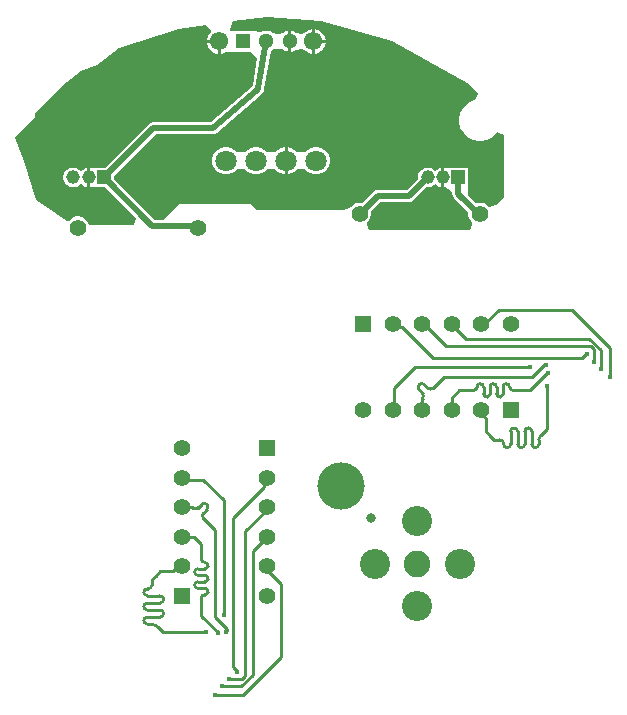
<source format=gbr>
%TF.GenerationSoftware,Altium Limited,Altium Designer,22.7.1 (60)*%
G04 Layer_Physical_Order=2*
G04 Layer_Color=16711680*
%FSLAX45Y45*%
%MOMM*%
%TF.SameCoordinates,2E8CAF61-F9F5-4988-A97D-765C0E49F6B8*%
%TF.FilePolarity,Positive*%
%TF.FileFunction,Copper,L2,Bot,Signal*%
%TF.Part,Single*%
G01*
G75*
%TA.AperFunction,Conductor*%
%ADD10C,0.25000*%
%ADD15C,0.50000*%
%ADD17C,0.25400*%
%ADD18C,0.50800*%
%TA.AperFunction,ComponentPad*%
%ADD23C,1.40000*%
%ADD24C,1.80000*%
%ADD25C,1.55000*%
%ADD26C,1.30000*%
%ADD27R,1.30000X1.30000*%
%ADD28R,1.40000X1.40000*%
%ADD29R,1.40000X1.40000*%
%ADD30C,2.25000*%
%ADD31C,2.55000*%
%ADD32R,1.15000X1.15000*%
%ADD33C,1.15000*%
%TA.AperFunction,ViaPad*%
%ADD34C,0.45000*%
%ADD35C,4.00000*%
%ADD36C,0.80000*%
%TA.AperFunction,Conductor*%
%ADD37C,0.28500*%
G36*
X450279Y2823363D02*
X1047179Y2658263D01*
X1704404Y2293138D01*
X1772569Y2224973D01*
X1772800Y2212710D01*
X1750418Y2157321D01*
X1744773Y2156198D01*
X1742417Y2155222D01*
X1739915Y2154725D01*
X1712617Y2143417D01*
X1710496Y2142000D01*
X1708140Y2141024D01*
X1683572Y2124608D01*
X1681769Y2122805D01*
X1679647Y2121388D01*
X1658754Y2100495D01*
X1657337Y2098374D01*
X1655534Y2096570D01*
X1639118Y2072002D01*
X1638142Y2069646D01*
X1636725Y2067525D01*
X1625417Y2040227D01*
X1624920Y2037725D01*
X1623944Y2035369D01*
X1618179Y2006389D01*
Y2003838D01*
X1617682Y2001337D01*
Y1971789D01*
X1618179Y1969287D01*
Y1966737D01*
X1623944Y1937757D01*
X1624920Y1935401D01*
X1625417Y1932899D01*
X1636725Y1905601D01*
X1638142Y1903480D01*
X1639118Y1901123D01*
X1655534Y1876556D01*
X1657337Y1874752D01*
X1658754Y1872631D01*
X1679647Y1851738D01*
X1681769Y1850321D01*
X1683572Y1848517D01*
X1708140Y1832101D01*
X1710496Y1831125D01*
X1712617Y1829708D01*
X1739915Y1818401D01*
X1742417Y1817903D01*
X1744773Y1816927D01*
X1773753Y1811163D01*
X1776304D01*
X1778805Y1810665D01*
X1808353D01*
X1810855Y1811163D01*
X1813405D01*
X1842385Y1816927D01*
X1844741Y1817903D01*
X1847243Y1818401D01*
X1874541Y1829708D01*
X1876662Y1831125D01*
X1879019Y1832101D01*
X1903586Y1848517D01*
X1905390Y1850321D01*
X1907511Y1851738D01*
X1928404Y1872631D01*
X1929821Y1874752D01*
X1931625Y1876556D01*
X1936179Y1883372D01*
X1999679Y1864109D01*
Y1337463D01*
X1930930Y1268714D01*
X1867039Y1252377D01*
X1849277Y1270139D01*
X1827523Y1282698D01*
X1803260Y1289200D01*
X1778140D01*
X1760560Y1284489D01*
X1689187Y1355863D01*
X1693279Y1419363D01*
X1693279D01*
Y1585163D01*
X1527479D01*
X1527479Y1585163D01*
X1493080D01*
Y1502263D01*
Y1419363D01*
X1497676D01*
X1541245Y1395870D01*
X1558584Y1378367D01*
Y1361421D01*
X1562526Y1341600D01*
X1573754Y1324796D01*
X1695300Y1203251D01*
Y1181240D01*
X1701802Y1156977D01*
X1714361Y1135223D01*
X1728021Y1121563D01*
X1726347Y1103237D01*
X1708004Y1058063D01*
X857396D01*
X839053Y1103237D01*
X837379Y1121563D01*
X851039Y1135223D01*
X863598Y1156977D01*
X870100Y1181240D01*
Y1206360D01*
X868073Y1213924D01*
X948554Y1294405D01*
X1193716D01*
X1213538Y1298347D01*
X1230341Y1309575D01*
X1340129Y1419363D01*
X1361293D01*
X1382378Y1425012D01*
X1401281Y1435926D01*
X1415379Y1450024D01*
X1429477Y1435927D01*
X1448381Y1425013D01*
X1467680Y1419841D01*
Y1502263D01*
Y1584685D01*
X1448381Y1579514D01*
X1429477Y1568600D01*
X1415379Y1554502D01*
X1401281Y1568599D01*
X1382378Y1579513D01*
X1361293Y1585163D01*
X1339466D01*
X1318381Y1579513D01*
X1299478Y1568599D01*
X1284043Y1553165D01*
X1273129Y1534261D01*
X1267480Y1513177D01*
Y1493213D01*
X1172262Y1397995D01*
X927100D01*
X907279Y1394053D01*
X890475Y1382825D01*
X794824Y1287173D01*
X787260Y1289200D01*
X762140D01*
X737877Y1282698D01*
X716123Y1270139D01*
X698361Y1252377D01*
X640779Y1223163D01*
X-95821D01*
X-146621Y1273963D01*
X-756221D01*
X-886188Y1143995D01*
X-958103D01*
X-1306721Y1492612D01*
Y1512492D01*
X-952915Y1866307D01*
X-486420Y1866313D01*
X-467698Y1866313D01*
X-459568Y1867930D01*
X-451347Y1868984D01*
X-449792Y1869875D01*
X-448033Y1870225D01*
X-441143Y1874830D01*
X-433949Y1878950D01*
X-60507Y2204206D01*
X-59411Y2205624D01*
X-57921Y2206620D01*
X-45339Y2219202D01*
X-42063Y2224105D01*
X-38033Y2228409D01*
X-36546Y2232362D01*
X-34199Y2235873D01*
X-33049Y2241656D01*
X-30973Y2247175D01*
X22633Y2572162D01*
X39607Y2581962D01*
X45027Y2587382D01*
X84100Y2594063D01*
X123173Y2587382D01*
X128593Y2581962D01*
X149207Y2570061D01*
X171400Y2564114D01*
Y2654300D01*
Y2744486D01*
X149207Y2738540D01*
X128593Y2726638D01*
X123173Y2721218D01*
X84100Y2714537D01*
X45027Y2721218D01*
X39607Y2726638D01*
X18993Y2738539D01*
X-3998Y2744700D01*
X-27801D01*
X-50793Y2738539D01*
X-62000Y2732069D01*
X-125500Y2744700D01*
X-139135Y2744700D01*
X-275950D01*
X-306300Y2744700D01*
X-314378Y2744887D01*
X-322430Y2754928D01*
X-295385Y2822704D01*
X-11154Y2861463D01*
X450279Y2823363D01*
D02*
G37*
G36*
X-483212Y2739802D02*
X-482641Y2733081D01*
X-498240Y2717482D01*
X-511787Y2694018D01*
X-518800Y2667847D01*
Y2667000D01*
X-415900D01*
Y2654300D01*
X-403200D01*
Y2551400D01*
X-402353D01*
X-376182Y2558412D01*
X-369197Y2562445D01*
X-306300Y2563900D01*
X-275950Y2563900D01*
X-147251D01*
X-91011Y2514686D01*
X-129681Y2280249D01*
X-486940Y1969088D01*
X-974202Y1969081D01*
X-993867Y1965169D01*
X-1010538Y1954030D01*
X-1379394Y1585163D01*
X-1472521D01*
X-1472521Y1585163D01*
X-1506921Y1585163D01*
Y1502262D01*
Y1419362D01*
X-1472520Y1419362D01*
Y1419363D01*
X-1379970D01*
X-1115437Y1154829D01*
X-1139737Y1096163D01*
X-1519310D01*
X-1524002Y1113672D01*
X-1536561Y1135426D01*
X-1554323Y1153188D01*
X-1576077Y1165747D01*
X-1600340Y1172249D01*
X-1625460D01*
X-1649723Y1165747D01*
X-1671477Y1153188D01*
X-1689239Y1135426D01*
X-1707016Y1131621D01*
X-1886521Y1261263D01*
X-1962721Y1312063D01*
X-2064321Y1642263D01*
X-2143550Y1834676D01*
X-2127821Y1858163D01*
X-1975421Y2010563D01*
Y2048663D01*
X-1772221Y2251863D01*
X-1746821Y2277263D01*
X-1585954Y2400029D01*
X-1448371Y2455063D01*
X-1416621Y2480463D01*
X-1264221Y2594763D01*
X-756221Y2759863D01*
X-523809Y2791555D01*
X-483212Y2739802D01*
D02*
G37*
%LPC*%
G36*
X371400Y2757201D02*
X370552D01*
X344382Y2750189D01*
X320918Y2736641D01*
X316702Y2732426D01*
X283899Y2720114D01*
X239608Y2726638D01*
X239607Y2726638D01*
X235193Y2729187D01*
X218993Y2738540D01*
X196800Y2744486D01*
Y2654300D01*
Y2564114D01*
X218993Y2570061D01*
X235193Y2579414D01*
X239607Y2581962D01*
X239608Y2581962D01*
X283898Y2588487D01*
X316703Y2576175D01*
X320918Y2571961D01*
X344382Y2558413D01*
X370552Y2551401D01*
X371400D01*
Y2654301D01*
Y2757201D01*
D02*
G37*
G36*
X397647D02*
X396800D01*
Y2667001D01*
X487000D01*
Y2667848D01*
X479987Y2694019D01*
X466440Y2717483D01*
X447282Y2736641D01*
X423818Y2750189D01*
X397647Y2757201D01*
D02*
G37*
G36*
X487000Y2641601D02*
X396800D01*
Y2551401D01*
X397647D01*
X423818Y2558413D01*
X447282Y2571961D01*
X466440Y2591119D01*
X479987Y2614583D01*
X487000Y2640754D01*
Y2641601D01*
D02*
G37*
G36*
X421593Y1759274D02*
X391207D01*
X361857Y1751410D01*
X335543Y1736217D01*
X314057Y1714731D01*
X244743D01*
X223257Y1736217D01*
X196943Y1751410D01*
X167593Y1759274D01*
X165100D01*
Y1643874D01*
Y1528474D01*
X167593D01*
X196943Y1536339D01*
X223257Y1551532D01*
X244742Y1573017D01*
X314057D01*
X335543Y1551532D01*
X361857Y1536339D01*
X391207Y1528474D01*
X421593D01*
X450942Y1536339D01*
X477257Y1551532D01*
X498742Y1573017D01*
X513935Y1599332D01*
X521800Y1628682D01*
Y1659067D01*
X513935Y1688417D01*
X498742Y1714731D01*
X477257Y1736217D01*
X450942Y1751410D01*
X421593Y1759274D01*
D02*
G37*
G36*
X139700D02*
X137207D01*
X107857Y1751410D01*
X81543Y1736217D01*
X60057Y1714731D01*
X-9257Y1714731D01*
X-30743Y1736217D01*
X-57057Y1751410D01*
X-86407Y1759274D01*
X-116793D01*
X-146143Y1751410D01*
X-172457Y1736217D01*
X-193942Y1714731D01*
X-263258Y1714732D01*
X-284743Y1736217D01*
X-311057Y1751410D01*
X-340407Y1759274D01*
X-370793D01*
X-400143Y1751410D01*
X-426457Y1736217D01*
X-447943Y1714731D01*
X-463135Y1688417D01*
X-471000Y1659067D01*
Y1628682D01*
X-463135Y1599332D01*
X-447943Y1573017D01*
X-426457Y1551532D01*
X-400143Y1536339D01*
X-370793Y1528474D01*
X-340407D01*
X-311057Y1536339D01*
X-284743Y1551532D01*
X-263257Y1573017D01*
X-193943Y1573017D01*
X-172457Y1551531D01*
X-146143Y1536339D01*
X-116793Y1528474D01*
X-86407D01*
X-57057Y1536339D01*
X-30743Y1551531D01*
X-9258Y1573017D01*
X60058Y1573017D01*
X81543Y1551532D01*
X107857Y1536339D01*
X137207Y1528474D01*
X139700D01*
Y1643874D01*
Y1759274D01*
D02*
G37*
G36*
X-428600Y2641600D02*
X-518800D01*
Y2640753D01*
X-511787Y2614582D01*
X-498240Y2591118D01*
X-479082Y2571960D01*
X-455618Y2558412D01*
X-429447Y2551400D01*
X-428600D01*
Y2641600D01*
D02*
G37*
G36*
X-1638707Y1585163D02*
X-1660535D01*
X-1681619Y1579513D01*
X-1700523Y1568599D01*
X-1715957Y1553165D01*
X-1726871Y1534261D01*
X-1732521Y1513177D01*
Y1491349D01*
X-1726871Y1470265D01*
X-1715957Y1451361D01*
X-1700523Y1435926D01*
X-1681619Y1425012D01*
X-1660535Y1419363D01*
X-1638707D01*
X-1617623Y1425012D01*
X-1598719Y1435926D01*
X-1584621Y1450024D01*
X-1570523Y1435926D01*
X-1551619Y1425012D01*
X-1535473Y1420686D01*
X-1532321Y1419841D01*
Y1502262D01*
Y1584684D01*
X-1551619Y1579513D01*
X-1570523Y1568599D01*
X-1584621Y1554501D01*
X-1598719Y1568599D01*
X-1617623Y1579513D01*
X-1638707Y1585163D01*
D02*
G37*
%LPD*%
D10*
X1992578Y-748601D02*
G03*
X1962621Y-718601I-30000J0D01*
G01*
X1992578Y-755516D02*
G03*
X2052578Y-755516I30000J0D01*
G01*
X2112578Y-647410D02*
G03*
X2052578Y-647410I-30000J0D01*
G01*
X2112578Y-755700D02*
G03*
X2172578Y-755700I30000J0D01*
G01*
X2232577Y-647595D02*
G03*
X2172578Y-647595I-30000J0D01*
G01*
X2232577Y-755885D02*
G03*
X2292577Y-755885I30000J0D01*
G01*
X2307456Y-681409D02*
G03*
X2292579Y-717501I36336J-36090D01*
G01*
X2043717Y-272239D02*
G03*
X2071217Y-299739I27500J0D01*
G01*
X2043717Y-270330D02*
G03*
X2016217Y-242830I-27500J0D01*
G01*
X2016217D02*
G03*
X1988717Y-270330I0J-27500D01*
G01*
X1961217Y-357024D02*
G03*
X1988717Y-329525I0J27500D01*
G01*
X1933717D02*
G03*
X1961217Y-357024I27500J0D01*
G01*
X1933717Y-270330D02*
G03*
X1906217Y-242830I-27500J0D01*
G01*
X1906217D02*
G03*
X1878717Y-270330I0J-27500D01*
G01*
X1851218Y-357025D02*
G03*
X1878717Y-329525I0J27500D01*
G01*
X1823717D02*
G03*
X1851217Y-357025I27500J0D01*
G01*
X1823717Y-270330D02*
G03*
X1796218Y-242830I-27500J0D01*
G01*
X1796217D02*
G03*
X1768718Y-270330I0J-27500D01*
G01*
X1741218Y-299739D02*
G03*
X1768718Y-272239I0J27500D01*
G01*
X-1015301Y-1979878D02*
G03*
X-985301Y-1949922I0J30000D01*
G01*
X-1022216Y-1979878D02*
G03*
X-1022216Y-2039878I0J-30000D01*
G01*
X-914110Y-2099878D02*
G03*
X-914110Y-2039878I0J30000D01*
G01*
X-1022400Y-2099878D02*
G03*
X-1022400Y-2159878I0J-30000D01*
G01*
X-914295Y-2219878D02*
G03*
X-914295Y-2159878I0J30000D01*
G01*
X-1022585Y-2219878D02*
G03*
X-1022585Y-2279878I0J-30000D01*
G01*
X-947987Y-2294879D02*
G03*
X-984201Y-2279878I-36214J-36212D01*
G01*
X-538939Y-2031017D02*
G03*
X-566439Y-2058517I0J-27500D01*
G01*
X-537030Y-2031017D02*
G03*
X-509530Y-2003517I0J27500D01*
G01*
Y-2003517D02*
G03*
X-537030Y-1976017I-27500J0D01*
G01*
X-623724Y-1948517D02*
G03*
X-596224Y-1976017I27500J0D01*
G01*
Y-1921017D02*
G03*
X-623724Y-1948517I0J-27500D01*
G01*
X-537030Y-1921017D02*
G03*
X-509530Y-1893517I0J27500D01*
G01*
Y-1893517D02*
G03*
X-537030Y-1866017I-27500J0D01*
G01*
X-623725Y-1838518D02*
G03*
X-596225Y-1866017I27500J0D01*
G01*
Y-1811017D02*
G03*
X-623725Y-1838517I0J-27500D01*
G01*
X-537030Y-1811017D02*
G03*
X-509530Y-1783518I0J27500D01*
G01*
Y-1783517D02*
G03*
X-537030Y-1756018I-27500J0D01*
G01*
X-566439Y-1728518D02*
G03*
X-538939Y-1756018I27500J0D01*
G01*
X1913490Y-718530D02*
X1913490D01*
X1925990Y-718548D01*
X1962621Y-718601D01*
X1962621Y-718601D02*
X1962621Y-718601D01*
X1992578Y-755516D02*
Y-748601D01*
X2052578Y-755516D02*
Y-647410D01*
X2112578Y-755700D02*
Y-647410D01*
X2172578Y-755700D02*
Y-647595D01*
X2232577Y-755885D02*
Y-647595D01*
X2292577Y-755885D02*
X2292579Y-717501D01*
X2307456Y-681409D02*
X2307579Y-681286D01*
X2320098Y-668767D01*
X1880761Y-685800D02*
X1913490Y-718530D01*
X2071217Y-299739D02*
X2139638D01*
X2043717Y-272239D02*
Y-270330D01*
X2016217Y-242830D02*
X2016217D01*
X1988717Y-329525D02*
Y-270330D01*
X1961217Y-357024D02*
X1961217D01*
X1933717Y-329525D02*
Y-270330D01*
X1906217Y-242830D02*
X1906217D01*
X1878717Y-329525D02*
Y-270330D01*
X1851217Y-357025D02*
X1851218D01*
X1823717Y-329525D02*
Y-270330D01*
X1796217Y-242830D02*
X1796218D01*
X1768718Y-272239D02*
Y-270330D01*
X1728716Y-299739D02*
X1741218D01*
X-985248Y-1913291D02*
X-985230Y-1900790D01*
X-985301Y-1949922D02*
X-985248Y-1913291D01*
X-985301Y-1949922D02*
X-985301D01*
X-1022216Y-1979878D02*
X-1015301D01*
X-1022216Y-2039878D02*
X-914110D01*
X-1022400Y-2099878D02*
X-914110D01*
X-1022400Y-2159878D02*
X-914295D01*
X-1022585Y-2219878D02*
X-914295D01*
X-1022585Y-2279878D02*
X-984201D01*
X-947987Y-2294879D02*
X-935467Y-2307398D01*
X-566439Y-2126938D02*
Y-2058517D01*
X-538939Y-2031017D02*
X-537030D01*
X-509530Y-2003517D02*
Y-2003517D01*
X-596224Y-1976017D02*
X-537030D01*
X-623724Y-1948517D02*
Y-1948517D01*
X-596224Y-1921017D02*
X-537030D01*
X-509530Y-1893517D02*
Y-1893517D01*
X-596225Y-1866017D02*
X-537030D01*
X-623725Y-1838518D02*
Y-1838517D01*
X-596225Y-1811017D02*
X-537030D01*
X-509530Y-1783518D02*
Y-1783517D01*
X-538939Y-1756018D02*
X-537030D01*
X-566439Y-1728518D02*
Y-1716016D01*
X-452917Y-2882234D02*
X-209808D01*
X110662Y-2561764D01*
Y-1938432D01*
X-9309Y-1818461D02*
X110662Y-1938432D01*
X-9309Y-1818461D02*
Y-1790616D01*
X-327680Y-2744959D02*
X-220359D01*
X-193693Y-2718293D01*
Y-1494703D01*
X-9309Y-1310319D01*
Y-1290616D01*
X-893122Y-2349743D02*
X-526255D01*
X-935467Y-2307398D02*
X-893122Y-2349743D01*
X-985230Y-1900790D02*
X-952500Y-1868061D01*
X-952015Y-1868121D02*
X-914555Y-1830661D01*
X-803368D01*
X-763323Y-1790615D01*
X-731625D01*
X-31236Y-1120149D02*
Y-1062542D01*
X-9309Y-1040616D01*
X-293667Y-1382580D02*
X-31236Y-1120149D01*
X-293667Y-2645935D02*
Y-1382580D01*
Y-2645935D02*
X-260454Y-2679147D01*
Y-2684559D02*
Y-2679147D01*
X-128758Y-1660065D02*
X-10264Y-1541570D01*
X-128758Y-2707990D02*
Y-1660065D01*
X-225728Y-2804960D02*
X-128758Y-2707990D01*
X-388248Y-2804960D02*
X-225728D01*
X2894934Y-186217D02*
Y56893D01*
X2574464Y377363D02*
X2894934Y56893D01*
X1951133Y377363D02*
X2574464D01*
X1831161Y257391D02*
X1951133Y377363D01*
X1803315Y257391D02*
X1831161D01*
X2757659Y-60980D02*
Y46341D01*
X2730994Y73007D02*
X2757659Y46341D01*
X1507403Y73007D02*
X2730994Y73007D01*
X1323019Y257391D02*
X1507403Y73007D01*
X1303316Y257391D02*
X1323019Y257391D01*
X2362443Y-626422D02*
X2362444Y-259555D01*
X2320098Y-668767D02*
X2362443Y-626422D01*
X1843361Y-647855D02*
X1880820Y-685315D01*
X1843361Y-647855D02*
X1843361Y-536668D01*
X1803315Y-496623D02*
X1843361Y-536668D01*
X1803315Y-496623D02*
X1803315Y-464925D01*
X1075242Y235464D02*
X1132849D01*
X1053316Y257391D02*
X1075242Y235464D01*
X1132849D02*
X1395280Y-26967D01*
X2658635D01*
X2691848Y6245D01*
X2697259Y6246D01*
X1554270Y256436D02*
X1672764Y137942D01*
X2720690Y137942D01*
X2817660Y40972D01*
Y-121548D02*
Y40972D01*
X-423593Y-2354872D02*
Y-2350008D01*
X-566439Y-2207162D02*
X-423593Y-2350008D01*
X-566439Y-2207162D02*
Y-2126938D01*
Y-1716016D02*
Y-1603668D01*
X-629491Y-1540616D02*
X-566439Y-1603668D01*
X-731624Y-1540616D02*
X-629491D01*
X-371351Y-2205316D02*
Y-1231675D01*
X-547415Y-1055611D02*
X-371351Y-1231675D01*
X-716629Y-1055611D02*
X-547415D01*
X-731624Y-1040616D02*
X-716629Y-1055611D01*
X2219862Y-299738D02*
X2362708Y-156893D01*
X2367573Y-156893D01*
X2139638Y-299739D02*
X2219862Y-299738D01*
X1616368Y-299739D02*
X1728716Y-299739D01*
X1553316Y-362791D02*
X1616368Y-299739D01*
X1553316Y-464924D02*
Y-362791D01*
X1244375Y-104651D02*
X2218016D01*
X1068311Y-280715D02*
X1244375Y-104651D01*
X1068311Y-280715D02*
X1068311Y-449929D01*
X1053316Y-464924D02*
X1068311Y-449929D01*
D15*
X-81675Y2255538D02*
X-15900Y2654300D01*
Y2654299D02*
Y2654300D01*
X-486420Y1917700D02*
X-467699Y1917701D01*
X-94257Y2242956D02*
X-81675Y2255538D01*
X-974201Y1917694D02*
X-486420Y1917700D01*
X-467699Y1917701D02*
X-94257Y2242956D01*
X-1389621Y1502263D02*
X-974201Y1917694D01*
D17*
X-622300Y1092200D02*
X-601924Y1071824D01*
D18*
X1193716Y1346200D02*
X1350079Y1502563D01*
X927100Y1346200D02*
X1193716D01*
X774700Y1193800D02*
X927100Y1346200D01*
X1610379Y1361421D02*
Y1502263D01*
Y1361421D02*
X1790700Y1181100D01*
X-979558Y1092200D02*
X-622300D01*
X-1389621Y1502263D02*
X-979558Y1092200D01*
D23*
X774700Y1193800D02*
D03*
X1790700D02*
D03*
X-1612900Y1076849D02*
D03*
X-596900D02*
D03*
X-9309Y-1040616D02*
D03*
Y-1290616D02*
D03*
Y-1540616D02*
D03*
Y-1790616D02*
D03*
Y-2040616D02*
D03*
X-731625Y-1790615D02*
D03*
X-731624Y-1540616D02*
D03*
Y-1290616D02*
D03*
Y-1040616D02*
D03*
Y-790616D02*
D03*
X1053316Y257391D02*
D03*
X1303316D02*
D03*
X1553316D02*
D03*
X1803316Y257390D02*
D03*
X2053316Y257391D02*
D03*
X1803315Y-464925D02*
D03*
X1553316Y-464924D02*
D03*
X1303316Y-464925D02*
D03*
X1053316Y-464924D02*
D03*
X803316Y-464924D02*
D03*
D24*
X-355600Y1643874D02*
D03*
X-101600Y1643874D02*
D03*
X152400Y1643874D02*
D03*
X406400D02*
D03*
D25*
X384100Y2654301D02*
D03*
X-415900Y2654300D02*
D03*
D26*
X184100Y2654300D02*
D03*
X-15900Y2654300D02*
D03*
D27*
X-215900D02*
D03*
D28*
X-9309Y-790616D02*
D03*
X-731624Y-2040616D02*
D03*
D29*
X803316Y257391D02*
D03*
X2053316Y-464925D02*
D03*
D30*
X1263614Y-1766751D02*
D03*
D31*
X904403Y-1766751D02*
D03*
X1263615Y-2125962D02*
D03*
X1622826Y-1766753D02*
D03*
X1263615Y-1407541D02*
D03*
D32*
X-1389621Y1502263D02*
D03*
X1610379D02*
D03*
D33*
X-1519621Y1502263D02*
D03*
X-1649621D02*
D03*
X1350380D02*
D03*
X1480379Y1502263D02*
D03*
D34*
X-452917Y-2882234D02*
D03*
X-329059Y-2743579D02*
D03*
X-526255Y-2349743D02*
D03*
X-354067Y-2343814D02*
D03*
X-260454Y-2684559D02*
D03*
X-388248Y-2804960D02*
D03*
X2894934Y-186217D02*
D03*
X2756279Y-62359D02*
D03*
X2362444Y-259555D02*
D03*
X2356514Y-87367D02*
D03*
X2697259Y6246D02*
D03*
X2817660Y-121548D02*
D03*
X-423593Y-2354872D02*
D03*
X-371691Y-2205656D02*
D03*
X2367573Y-156893D02*
D03*
X2218356Y-104991D02*
D03*
D35*
X615379Y-1113638D02*
D03*
D36*
X869379Y-1380337D02*
D03*
D37*
X1351946Y-281084D02*
G03*
X1396847Y-281084I22451J22451D01*
G01*
X1322247Y-251385D02*
G03*
X1277345Y-251385I-22451J-22451D01*
G01*
X1277345Y-251385D02*
G03*
X1277345Y-296286I22451J-22450D01*
G01*
X1307045Y-370887D02*
G03*
X1307045Y-325985I-22451J22451D01*
G01*
X-547785Y-1339246D02*
G03*
X-547785Y-1384147I22451J-22451D01*
G01*
X-518085Y-1309546D02*
G03*
X-518085Y-1264645I-22451J22451D01*
G01*
X-518085Y-1264645D02*
G03*
X-562986Y-1264645I-22451J-22451D01*
G01*
X-637587Y-1294345D02*
G03*
X-592686Y-1294345I22451J22451D01*
G01*
X1463123Y-214809D02*
X1473200Y-204732D01*
X1396847Y-281084D02*
X1463123Y-214809D01*
X1322247Y-251385D02*
X1351946Y-281084D01*
X1277345Y-251385D02*
X1277345Y-251385D01*
X1277345Y-296286D02*
X1307045Y-325985D01*
X1307044Y-325986D02*
X1307045Y-325985D01*
X1307044Y-370887D02*
X1307045Y-370887D01*
X1301584Y-376347D02*
X1307044Y-370887D01*
X1301584Y-385580D02*
Y-376347D01*
X1473199Y-204732D02*
X1473200Y-204732D01*
X1301584Y-385580D02*
X1301584D01*
X-481508Y-1450424D02*
X-471432Y-1460500D01*
X-547785Y-1384147D02*
X-481508Y-1450424D01*
X-547785Y-1339246D02*
X-518085Y-1309546D01*
X-518085D02*
X-518085D01*
X-518085Y-1264645D02*
X-518085Y-1264645D01*
X-592686Y-1294345D02*
X-562986Y-1264645D01*
X-637588Y-1294344D02*
X-637587Y-1294345D01*
X-643047Y-1288884D02*
X-637587Y-1294344D01*
X-652280Y-1288884D02*
X-643047D01*
X-354067Y-2343814D02*
X-351198Y-2340945D01*
Y-2322713D01*
X-452124Y-2221787D02*
X-351198Y-2322713D01*
X-452124Y-2221787D02*
Y-1479807D01*
X-471432Y-1460500D02*
X-452124Y-1479807D01*
X-712070Y-1288884D02*
X-652280D01*
X-731624Y-1290616D02*
X-720981Y-1279973D01*
X-712070Y-1288884D01*
X2234487Y-185424D02*
X2335413Y-84498D01*
X2353645D02*
X2356514Y-87367D01*
X2335413Y-84498D02*
X2353645D01*
X1492507Y-185424D02*
X2234487Y-185424D01*
X1473200Y-204732D02*
X1492507Y-185424D01*
X1301584Y-445370D02*
Y-385580D01*
X1292673Y-454282D02*
X1303316Y-464925D01*
X1292673Y-454282D02*
X1301584Y-445370D01*
%TF.MD5,d9d7fc425c0bee092a2a7fbbf193a6e5*%
M02*

</source>
